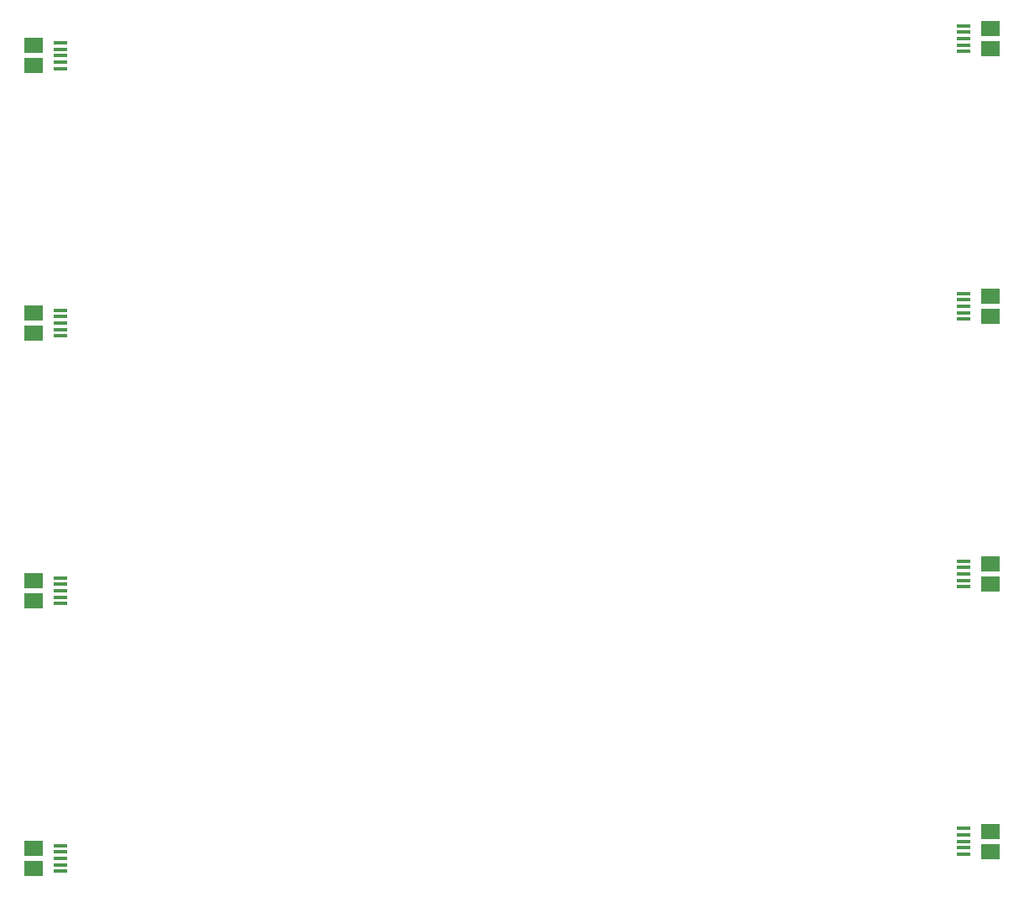
<source format=gbp>
%MOIN*%
%OFA0B0*%
%FSLAX45Y45*%
%IPPOS*%
%LPD*%
%ADD10R,0.074803149606299218X0.059055118110236227*%
%ADD11R,0.053149606299212608X0.015748031496062995*%
%ADD22R,0.074803149606299218X0.059055118110236227*%
%ADD23R,0.053149606299212608X0.015748031496062995*%
%ADD24R,0.074803149606299218X0.059055118110236227*%
%ADD25R,0.053149606299212608X0.015748031496062995*%
%ADD26R,0.074803149606299218X0.059055118110236227*%
%ADD27R,0.053149606299212608X0.015748031496062995*%
%ADD28R,0.074803149606299218X0.059055118110236227*%
%ADD29R,0.053149606299212608X0.015748031496062995*%
%ADD30R,0.074803149606299218X0.059055118110236227*%
%ADD31R,0.053149606299212608X0.015748031496062995*%
%ADD32R,0.074803149606299218X0.059055118110236227*%
%ADD33R,0.053149606299212608X0.015748031496062995*%
%ADD34R,0.074803149606299218X0.059055118110236227*%
%ADD35R,0.053149606299212608X0.015748031496062995*%
G01*
D10*
X000681102Y-000287401D02*
X000038336Y000081299D03*
D11*
X000048966Y000074803D03*
X000048966Y000072244D03*
X000048966Y000082480D03*
X000048966Y000079921D03*
X000048966Y000077362D03*
D10*
X000038336Y000073425D03*
G04 next file*
G04 #@! TF.GenerationSoftware,KiCad,Pcbnew,(5.1.10)-1*
G04 #@! TF.CreationDate,2021-07-19T19:08:23-05:00*
G04 #@! TF.ProjectId,temp sensor,74656d70-2073-4656-9e73-6f722e6b6963,0.2*
G04 #@! TF.SameCoordinates,Original*
G04 #@! TF.FileFunction,Paste,Bot*
G04 #@! TF.FilePolarity,Positive*
G04 Gerber Fmt 4.5, Leading zero omitted, Abs format (unit mm)*
G04 Created by KiCad (PCBNEW (5.1.10)-1) date 2021-07-19 19:08:23*
G01*
G04 APERTURE LIST*
G04 APERTURE END LIST*
D22*
G04 #@! TO.C,J4*
X-000224409Y000448818D02*
X000418356Y000080118D03*
D23*
X000407726Y000086614D03*
X000407726Y000089173D03*
X000407726Y000078936D03*
X000407726Y000081496D03*
X000407726Y000084055D03*
D22*
X000418356Y000087992D03*
G04 #@! TD*
G04 next file*
G04 #@! TF.GenerationSoftware,KiCad,Pcbnew,(5.1.10)-1*
G04 #@! TF.CreationDate,2021-07-19T19:08:23-05:00*
G04 #@! TF.ProjectId,temp sensor,74656d70-2073-4656-9e73-6f722e6b6963,0.2*
G04 #@! TF.SameCoordinates,Original*
G04 #@! TF.FileFunction,Paste,Bot*
G04 #@! TF.FilePolarity,Positive*
G04 Gerber Fmt 4.5, Leading zero omitted, Abs format (unit mm)*
G04 Created by KiCad (PCBNEW (5.1.10)-1) date 2021-07-19 19:08:23*
G01*
G04 APERTURE LIST*
G04 APERTURE END LIST*
D24*
G04 #@! TO.C,J4*
X000681102Y-000181102D02*
X000038336Y000187598D03*
D25*
X000048966Y000181102D03*
X000048966Y000178543D03*
X000048966Y000188779D03*
X000048966Y000186220D03*
X000048966Y000183661D03*
D24*
X000038336Y000179724D03*
G04 #@! TD*
G04 next file*
G04 #@! TF.GenerationSoftware,KiCad,Pcbnew,(5.1.10)-1*
G04 #@! TF.CreationDate,2021-07-19T19:08:23-05:00*
G04 #@! TF.ProjectId,temp sensor,74656d70-2073-4656-9e73-6f722e6b6963,0.2*
G04 #@! TF.SameCoordinates,Original*
G04 #@! TF.FileFunction,Paste,Bot*
G04 #@! TF.FilePolarity,Positive*
G04 Gerber Fmt 4.5, Leading zero omitted, Abs format (unit mm)*
G04 Created by KiCad (PCBNEW (5.1.10)-1) date 2021-07-19 19:08:23*
G01*
G04 APERTURE LIST*
G04 APERTURE END LIST*
D26*
G04 #@! TO.C,J4*
X-000224409Y000555118D02*
X000418356Y000186417D03*
D27*
X000407726Y000192913D03*
X000407726Y000195472D03*
X000407726Y000185236D03*
X000407726Y000187795D03*
X000407726Y000190354D03*
D26*
X000418356Y000194291D03*
G04 #@! TD*
G04 next file*
G04 #@! TF.GenerationSoftware,KiCad,Pcbnew,(5.1.10)-1*
G04 #@! TF.CreationDate,2021-07-19T19:08:23-05:00*
G04 #@! TF.ProjectId,temp sensor,74656d70-2073-4656-9e73-6f722e6b6963,0.2*
G04 #@! TF.SameCoordinates,Original*
G04 #@! TF.FileFunction,Paste,Bot*
G04 #@! TF.FilePolarity,Positive*
G04 Gerber Fmt 4.5, Leading zero omitted, Abs format (unit mm)*
G04 Created by KiCad (PCBNEW (5.1.10)-1) date 2021-07-19 19:08:23*
G01*
G04 APERTURE LIST*
G04 APERTURE END LIST*
D28*
G04 #@! TO.C,J4*
X000681102Y-000074803D02*
X000038336Y000293897D03*
D29*
X000048966Y000287401D03*
X000048966Y000284842D03*
X000048966Y000295078D03*
X000048966Y000292519D03*
X000048966Y000289960D03*
D28*
X000038336Y000286023D03*
G04 #@! TD*
G04 next file*
G04 #@! TF.GenerationSoftware,KiCad,Pcbnew,(5.1.10)-1*
G04 #@! TF.CreationDate,2021-07-19T19:08:23-05:00*
G04 #@! TF.ProjectId,temp sensor,74656d70-2073-4656-9e73-6f722e6b6963,0.2*
G04 #@! TF.SameCoordinates,Original*
G04 #@! TF.FileFunction,Paste,Bot*
G04 #@! TF.FilePolarity,Positive*
G04 Gerber Fmt 4.5, Leading zero omitted, Abs format (unit mm)*
G04 Created by KiCad (PCBNEW (5.1.10)-1) date 2021-07-19 19:08:23*
G01*
G04 APERTURE LIST*
G04 APERTURE END LIST*
D30*
G04 #@! TO.C,J4*
X000681102Y000031496D02*
X000038336Y000400196D03*
D31*
X000048966Y000393700D03*
X000048966Y000391141D03*
X000048966Y000401377D03*
X000048966Y000398818D03*
X000048966Y000396259D03*
D30*
X000038336Y000392322D03*
G04 #@! TD*
G04 next file*
G04 #@! TF.GenerationSoftware,KiCad,Pcbnew,(5.1.10)-1*
G04 #@! TF.CreationDate,2021-07-19T19:08:23-05:00*
G04 #@! TF.ProjectId,temp sensor,74656d70-2073-4656-9e73-6f722e6b6963,0.2*
G04 #@! TF.SameCoordinates,Original*
G04 #@! TF.FileFunction,Paste,Bot*
G04 #@! TF.FilePolarity,Positive*
G04 Gerber Fmt 4.5, Leading zero omitted, Abs format (unit mm)*
G04 Created by KiCad (PCBNEW (5.1.10)-1) date 2021-07-19 19:08:23*
G01*
G04 APERTURE LIST*
G04 APERTURE END LIST*
D32*
G04 #@! TO.C,J4*
X-000224409Y000661417D02*
X000418356Y000292716D03*
D33*
X000407726Y000299212D03*
X000407726Y000301771D03*
X000407726Y000291535D03*
X000407726Y000294094D03*
X000407726Y000296653D03*
D32*
X000418356Y000300590D03*
G04 #@! TD*
G04 next file*
G04 #@! TF.GenerationSoftware,KiCad,Pcbnew,(5.1.10)-1*
G04 #@! TF.CreationDate,2021-07-19T19:08:23-05:00*
G04 #@! TF.ProjectId,temp sensor,74656d70-2073-4656-9e73-6f722e6b6963,0.2*
G04 #@! TF.SameCoordinates,Original*
G04 #@! TF.FileFunction,Paste,Bot*
G04 #@! TF.FilePolarity,Positive*
G04 Gerber Fmt 4.5, Leading zero omitted, Abs format (unit mm)*
G04 Created by KiCad (PCBNEW (5.1.10)-1) date 2021-07-19 19:08:23*
G01*
G04 APERTURE LIST*
G04 APERTURE END LIST*
D34*
G04 #@! TO.C,J4*
X-000224409Y000767716D02*
X000418356Y000399015D03*
D35*
X000407726Y000405511D03*
X000407726Y000408070D03*
X000407726Y000397834D03*
X000407726Y000400393D03*
X000407726Y000402952D03*
D34*
X000418356Y000406889D03*
G04 #@! TD*
M02*
</source>
